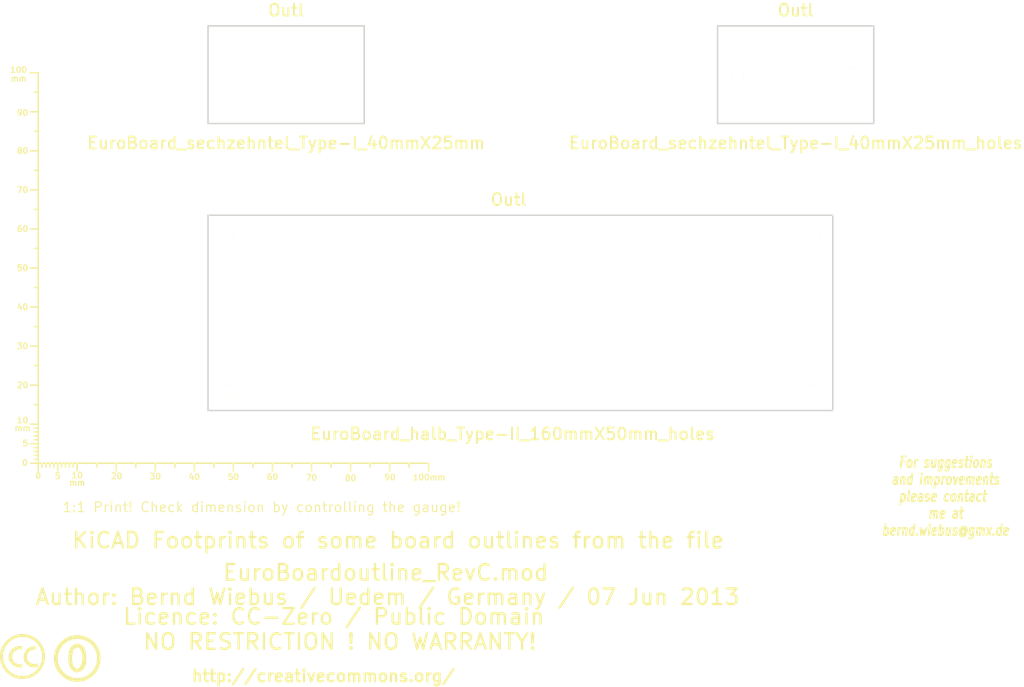
<source format=kicad_pcb>
(kicad_pcb (version 3) (host pcbnew "(2013-03-30 BZR 4007)-stable")

  (general
    (links 0)
    (no_connects 0)
    (area -16.90696 18.49676 289.893216 197.1694)
    (thickness 1.6002)
    (drawings 7)
    (tracks 0)
    (zones 0)
    (modules 6)
    (nets 1)
  )

  (page A4)
  (layers
    (15 Vorderseite signal)
    (0 Rückseite signal)
    (16 B.Adhes user)
    (17 F.Adhes user)
    (18 B.Paste user)
    (19 F.Paste user)
    (20 B.SilkS user)
    (21 F.SilkS user)
    (22 B.Mask user)
    (23 F.Mask user)
    (24 Dwgs.User user)
    (25 Cmts.User user)
    (26 Eco1.User user)
    (27 Eco2.User user)
    (28 Edge.Cuts user)
  )

  (setup
    (last_trace_width 0.2032)
    (trace_clearance 0.254)
    (zone_clearance 0.508)
    (zone_45_only no)
    (trace_min 0.2032)
    (segment_width 0.381)
    (edge_width 0.381)
    (via_size 0.889)
    (via_drill 0.635)
    (via_min_size 0.889)
    (via_min_drill 0.508)
    (uvia_size 0.508)
    (uvia_drill 0.127)
    (uvias_allowed no)
    (uvia_min_size 0.508)
    (uvia_min_drill 0.127)
    (pcb_text_width 0.3048)
    (pcb_text_size 1.524 2.032)
    (mod_edge_width 0.381)
    (mod_text_size 1.524 1.524)
    (mod_text_width 0.3048)
    (pad_size 1.524 1.524)
    (pad_drill 0.8128)
    (pad_to_mask_clearance 0.254)
    (aux_axis_origin 0 0)
    (visible_elements 7FFFFFFF)
    (pcbplotparams
      (layerselection 3178497)
      (usegerberextensions true)
      (excludeedgelayer true)
      (linewidth 60)
      (plotframeref false)
      (viasonmask false)
      (mode 1)
      (useauxorigin false)
      (hpglpennumber 1)
      (hpglpenspeed 20)
      (hpglpendiameter 15)
      (hpglpenoverlay 0)
      (psnegative false)
      (psa4output false)
      (plotreference true)
      (plotvalue true)
      (plotothertext true)
      (plotinvisibletext false)
      (padsonsilk false)
      (subtractmaskfromsilk false)
      (outputformat 1)
      (mirror false)
      (drillshape 1)
      (scaleselection 1)
      (outputdirectory ""))
  )

  (net 0 "")

  (net_class Default "Dies ist die voreingestellte Netzklasse."
    (clearance 0.254)
    (trace_width 0.2032)
    (via_dia 0.889)
    (via_drill 0.635)
    (uvia_dia 0.508)
    (uvia_drill 0.127)
    (add_net "")
  )

  (module Gauge_100mm_Type2_SilkScreenTop_RevA_Date22Jun2010 (layer Vorderseite) (tedit 4D963937) (tstamp 4D88F07A)
    (at 25 138)
    (descr "Gauge, Massstab, 100mm, SilkScreenTop, Type 2,")
    (tags "Gauge, Massstab, 100mm, SilkScreenTop, Type 2,")
    (path Gauge_100mm_Type2_SilkScreenTop_RevA_Date22Jun2010)
    (fp_text reference MSC (at 4.0005 8.99922) (layer F.SilkS) hide
      (effects (font (size 1.524 1.524) (thickness 0.3048)))
    )
    (fp_text value Gauge_100mm_Type2_SilkScreenTop_RevA_Date22Jun2010 (at 45.9994 8.99922) (layer F.SilkS) hide
      (effects (font (size 1.524 1.524) (thickness 0.3048)))
    )
    (fp_text user mm (at 9.99998 5.00126) (layer F.SilkS)
      (effects (font (size 1.524 1.524) (thickness 0.3048)))
    )
    (fp_text user mm (at -4.0005 -8.99922) (layer F.SilkS)
      (effects (font (size 1.524 1.524) (thickness 0.3048)))
    )
    (fp_text user mm (at -5.00126 -98.5012) (layer F.SilkS)
      (effects (font (size 1.524 1.524) (thickness 0.3048)))
    )
    (fp_text user 10 (at 10.00506 3.0988) (layer F.SilkS)
      (effects (font (size 1.50114 1.50114) (thickness 0.29972)))
    )
    (fp_text user 0 (at 0.00508 3.19786) (layer F.SilkS)
      (effects (font (size 1.39954 1.50114) (thickness 0.29972)))
    )
    (fp_text user 5 (at 5.0038 3.29946) (layer F.SilkS)
      (effects (font (size 1.50114 1.50114) (thickness 0.29972)))
    )
    (fp_text user 20 (at 20.1041 3.29946) (layer F.SilkS)
      (effects (font (size 1.50114 1.50114) (thickness 0.29972)))
    )
    (fp_text user 30 (at 30.00502 3.39852) (layer F.SilkS)
      (effects (font (size 1.50114 1.50114) (thickness 0.29972)))
    )
    (fp_text user 40 (at 40.005 3.50012) (layer F.SilkS)
      (effects (font (size 1.50114 1.50114) (thickness 0.29972)))
    )
    (fp_text user 50 (at 50.00498 3.50012) (layer F.SilkS)
      (effects (font (size 1.50114 1.50114) (thickness 0.29972)))
    )
    (fp_text user 60 (at 60.00496 3.50012) (layer F.SilkS)
      (effects (font (size 1.50114 1.50114) (thickness 0.29972)))
    )
    (fp_text user 70 (at 70.00494 3.70078) (layer F.SilkS)
      (effects (font (size 1.50114 1.50114) (thickness 0.29972)))
    )
    (fp_text user 80 (at 80.00492 3.79984) (layer F.SilkS)
      (effects (font (size 1.50114 1.50114) (thickness 0.29972)))
    )
    (fp_text user 90 (at 90.1065 3.60172) (layer F.SilkS)
      (effects (font (size 1.50114 1.50114) (thickness 0.29972)))
    )
    (fp_text user 100mm (at 100.10648 3.60172) (layer F.SilkS)
      (effects (font (size 1.50114 1.50114) (thickness 0.29972)))
    )
    (fp_line (start 0 -8.99922) (end -1.00076 -8.99922) (layer F.SilkS) (width 0.381))
    (fp_line (start 0 -8.001) (end -1.00076 -8.001) (layer F.SilkS) (width 0.381))
    (fp_line (start 0 -7.00024) (end -1.00076 -7.00024) (layer F.SilkS) (width 0.381))
    (fp_line (start 0 -5.99948) (end -1.00076 -5.99948) (layer F.SilkS) (width 0.381))
    (fp_line (start 0 -4.0005) (end -1.00076 -4.0005) (layer F.SilkS) (width 0.381))
    (fp_line (start 0 -2.99974) (end -1.00076 -2.99974) (layer F.SilkS) (width 0.381))
    (fp_line (start 0 -1.99898) (end -1.00076 -1.99898) (layer F.SilkS) (width 0.381))
    (fp_line (start 0 -1.00076) (end -1.00076 -1.00076) (layer F.SilkS) (width 0.381))
    (fp_line (start 0 0) (end -1.99898 0) (layer F.SilkS) (width 0.381))
    (fp_line (start 0 -5.00126) (end -1.99898 -5.00126) (layer F.SilkS) (width 0.381))
    (fp_line (start 0 -9.99998) (end -1.99898 -9.99998) (layer F.SilkS) (width 0.381))
    (fp_line (start 0 -15.00124) (end -1.00076 -15.00124) (layer F.SilkS) (width 0.381))
    (fp_line (start 0 -19.99996) (end -1.99898 -19.99996) (layer F.SilkS) (width 0.381))
    (fp_line (start 0 -25.00122) (end -1.00076 -25.00122) (layer F.SilkS) (width 0.381))
    (fp_line (start 0 -29.99994) (end -1.99898 -29.99994) (layer F.SilkS) (width 0.381))
    (fp_line (start 0 -35.0012) (end -1.00076 -35.0012) (layer F.SilkS) (width 0.381))
    (fp_line (start 0 -39.99992) (end -1.99898 -39.99992) (layer F.SilkS) (width 0.381))
    (fp_line (start 0 -45.00118) (end -1.00076 -45.00118) (layer F.SilkS) (width 0.381))
    (fp_line (start 0 -49.9999) (end -1.99898 -49.9999) (layer F.SilkS) (width 0.381))
    (fp_line (start 0 -55.00116) (end -1.00076 -55.00116) (layer F.SilkS) (width 0.381))
    (fp_line (start 0 -59.99988) (end -1.99898 -59.99988) (layer F.SilkS) (width 0.381))
    (fp_line (start 0 -65.00114) (end -1.00076 -65.00114) (layer F.SilkS) (width 0.381))
    (fp_line (start 0 -69.99986) (end -1.99898 -69.99986) (layer F.SilkS) (width 0.381))
    (fp_line (start 0 -75.00112) (end -1.00076 -75.00112) (layer F.SilkS) (width 0.381))
    (fp_line (start 0 -79.99984) (end -1.99898 -79.99984) (layer F.SilkS) (width 0.381))
    (fp_line (start 0 -85.0011) (end -1.00076 -85.0011) (layer F.SilkS) (width 0.381))
    (fp_line (start 0 -89.99982) (end -1.99898 -89.99982) (layer F.SilkS) (width 0.381))
    (fp_line (start 0 -95.00108) (end -1.00076 -95.00108) (layer F.SilkS) (width 0.381))
    (fp_line (start 0 0) (end 0 -99.9998) (layer F.SilkS) (width 0.381))
    (fp_line (start 0 -99.9998) (end -1.99898 -99.9998) (layer F.SilkS) (width 0.381))
    (fp_text user 100 (at -4.99872 -100.7491) (layer F.SilkS)
      (effects (font (size 1.50114 1.50114) (thickness 0.29972)))
    )
    (fp_text user 90 (at -4.0005 -89.7509) (layer F.SilkS)
      (effects (font (size 1.50114 1.50114) (thickness 0.29972)))
    )
    (fp_text user 80 (at -4.0005 -79.99984) (layer F.SilkS)
      (effects (font (size 1.50114 1.50114) (thickness 0.29972)))
    )
    (fp_text user 70 (at -4.0005 -69.99986) (layer F.SilkS)
      (effects (font (size 1.50114 1.50114) (thickness 0.29972)))
    )
    (fp_text user 60 (at -4.0005 -59.99988) (layer F.SilkS)
      (effects (font (size 1.50114 1.50114) (thickness 0.29972)))
    )
    (fp_text user 50 (at -4.0005 -49.9999) (layer F.SilkS)
      (effects (font (size 1.50114 1.50114) (thickness 0.34036)))
    )
    (fp_text user 40 (at -4.0005 -39.99992) (layer F.SilkS)
      (effects (font (size 1.50114 1.50114) (thickness 0.29972)))
    )
    (fp_text user 30 (at -4.0005 -29.99994) (layer F.SilkS)
      (effects (font (size 1.50114 1.50114) (thickness 0.29972)))
    )
    (fp_text user 20 (at -4.0005 -19.99996) (layer F.SilkS)
      (effects (font (size 1.50114 1.50114) (thickness 0.29972)))
    )
    (fp_line (start 95.00108 0) (end 95.00108 1.00076) (layer F.SilkS) (width 0.381))
    (fp_line (start 89.99982 0) (end 89.99982 1.99898) (layer F.SilkS) (width 0.381))
    (fp_line (start 85.0011 0) (end 85.0011 1.00076) (layer F.SilkS) (width 0.381))
    (fp_line (start 79.99984 0) (end 79.99984 1.99898) (layer F.SilkS) (width 0.381))
    (fp_line (start 75.00112 0) (end 75.00112 1.00076) (layer F.SilkS) (width 0.381))
    (fp_line (start 69.99986 0) (end 69.99986 1.99898) (layer F.SilkS) (width 0.381))
    (fp_line (start 65.00114 0) (end 65.00114 1.00076) (layer F.SilkS) (width 0.381))
    (fp_line (start 59.99988 0) (end 59.99988 1.99898) (layer F.SilkS) (width 0.381))
    (fp_line (start 55.00116 0) (end 55.00116 1.00076) (layer F.SilkS) (width 0.381))
    (fp_line (start 49.9999 0) (end 49.9999 1.99898) (layer F.SilkS) (width 0.381))
    (fp_line (start 45.00118 0) (end 45.00118 1.00076) (layer F.SilkS) (width 0.381))
    (fp_line (start 39.99992 0) (end 39.99992 1.99898) (layer F.SilkS) (width 0.381))
    (fp_line (start 35.0012 0) (end 35.0012 1.00076) (layer F.SilkS) (width 0.381))
    (fp_line (start 29.99994 0) (end 29.99994 1.99898) (layer F.SilkS) (width 0.381))
    (fp_line (start 25.00122 0) (end 25.00122 1.00076) (layer F.SilkS) (width 0.381))
    (fp_line (start 19.99996 0) (end 19.99996 1.99898) (layer F.SilkS) (width 0.381))
    (fp_line (start 15.00124 0) (end 15.00124 1.00076) (layer F.SilkS) (width 0.381))
    (fp_line (start 9.99998 0) (end 99.9998 0) (layer F.SilkS) (width 0.381))
    (fp_line (start 99.9998 0) (end 99.9998 1.99898) (layer F.SilkS) (width 0.381))
    (fp_text user 5 (at -3.302 -5.10286) (layer F.SilkS)
      (effects (font (size 1.50114 1.50114) (thickness 0.29972)))
    )
    (fp_text user 0 (at -3.4036 -0.10414) (layer F.SilkS)
      (effects (font (size 1.50114 1.50114) (thickness 0.29972)))
    )
    (fp_text user 10 (at -4.0005 -11.00074) (layer F.SilkS)
      (effects (font (size 1.50114 1.50114) (thickness 0.29972)))
    )
    (fp_line (start 8.99922 0) (end 8.99922 1.00076) (layer F.SilkS) (width 0.381))
    (fp_line (start 8.001 0) (end 8.001 1.00076) (layer F.SilkS) (width 0.381))
    (fp_line (start 7.00024 0) (end 7.00024 1.00076) (layer F.SilkS) (width 0.381))
    (fp_line (start 5.99948 0) (end 5.99948 1.00076) (layer F.SilkS) (width 0.381))
    (fp_line (start 4.0005 0) (end 4.0005 1.00076) (layer F.SilkS) (width 0.381))
    (fp_line (start 2.99974 0) (end 2.99974 1.00076) (layer F.SilkS) (width 0.381))
    (fp_line (start 1.99898 0) (end 1.99898 1.00076) (layer F.SilkS) (width 0.381))
    (fp_line (start 1.00076 0) (end 1.00076 1.00076) (layer F.SilkS) (width 0.381))
    (fp_line (start 5.00126 0) (end 5.00126 1.99898) (layer F.SilkS) (width 0.381))
    (fp_line (start 0 0) (end 0 1.99898) (layer F.SilkS) (width 0.381))
    (fp_line (start 0 0) (end 9.99998 0) (layer F.SilkS) (width 0.381))
    (fp_line (start 9.99998 0) (end 9.99998 1.99898) (layer F.SilkS) (width 0.381))
  )

  (module Symbol_CC-PublicDomain_SilkScreenTop_Big (layer Vorderseite) (tedit 515D641F) (tstamp 515F0B64)
    (at 35 188)
    (descr "Symbol, CC-PublicDomain, SilkScreen Top, Big,")
    (tags "Symbol, CC-PublicDomain, SilkScreen Top, Big,")
    (path Symbol_CC-Noncommercial_CopperTop_Big)
    (fp_text reference Sym (at 0.59944 -7.29996) (layer F.SilkS) hide
      (effects (font (size 1.524 1.524) (thickness 0.3048)))
    )
    (fp_text value Symbol_CC-PublicDomain_SilkScreenTop_Big (at 0.59944 8.001) (layer F.SilkS) hide
      (effects (font (size 1.524 1.524) (thickness 0.3048)))
    )
    (fp_circle (center 0 0) (end 5.8 -0.05) (layer F.SilkS) (width 0.381))
    (fp_circle (center 0 0) (end 5.5 0) (layer F.SilkS) (width 0.381))
    (fp_circle (center 0.05 0) (end 5.25 0) (layer F.SilkS) (width 0.381))
    (fp_line (start 1.1 -2.5) (end 1.4 -1.9) (layer F.SilkS) (width 0.381))
    (fp_line (start -1.8 1.2) (end -1.6 1.9) (layer F.SilkS) (width 0.381))
    (fp_line (start -1.6 1.9) (end -1.2 2.5) (layer F.SilkS) (width 0.381))
    (fp_line (start 0 -3) (end 0.75 -2.75) (layer F.SilkS) (width 0.381))
    (fp_line (start 0.75 -2.75) (end 1 -2.25) (layer F.SilkS) (width 0.381))
    (fp_line (start 1 -2.25) (end 1.5 -1) (layer F.SilkS) (width 0.381))
    (fp_line (start 1.5 -1) (end 1.5 -0.5) (layer F.SilkS) (width 0.381))
    (fp_line (start 1.5 -0.5) (end 1.5 0.5) (layer F.SilkS) (width 0.381))
    (fp_line (start 1.5 0.5) (end 1.25 1.5) (layer F.SilkS) (width 0.381))
    (fp_line (start 1.25 1.5) (end 0.75 2.5) (layer F.SilkS) (width 0.381))
    (fp_line (start 0.75 2.5) (end 0.25 2.75) (layer F.SilkS) (width 0.381))
    (fp_line (start 0.25 2.75) (end -0.25 2.75) (layer F.SilkS) (width 0.381))
    (fp_line (start -0.25 2.75) (end -0.75 2.5) (layer F.SilkS) (width 0.381))
    (fp_line (start -0.75 2.5) (end -1.25 1.75) (layer F.SilkS) (width 0.381))
    (fp_line (start -1.25 1.75) (end -1.5 0.75) (layer F.SilkS) (width 0.381))
    (fp_line (start -1.5 0.75) (end -1.5 -0.75) (layer F.SilkS) (width 0.381))
    (fp_line (start -1.5 -0.75) (end -1.25 -1.75) (layer F.SilkS) (width 0.381))
    (fp_line (start -1.25 -1.75) (end -1 -2.5) (layer F.SilkS) (width 0.381))
    (fp_line (start -1 -2.5) (end -0.3 -2.9) (layer F.SilkS) (width 0.381))
    (fp_line (start -0.3 -2.9) (end 0.2 -3) (layer F.SilkS) (width 0.381))
    (fp_line (start 0.2 -3) (end 0.8 -3) (layer F.SilkS) (width 0.381))
    (fp_line (start 0.8 -3) (end 1.4 -2.3) (layer F.SilkS) (width 0.381))
    (fp_line (start 1.4 -2.3) (end 1.6 -1.4) (layer F.SilkS) (width 0.381))
    (fp_line (start 1.6 -1.4) (end 1.7 -0.3) (layer F.SilkS) (width 0.381))
    (fp_line (start 1.7 -0.3) (end 1.7 0.9) (layer F.SilkS) (width 0.381))
    (fp_line (start 1.7 0.9) (end 1.4 1.8) (layer F.SilkS) (width 0.381))
    (fp_line (start 1.4 1.8) (end 1 2.7) (layer F.SilkS) (width 0.381))
    (fp_line (start 1 2.7) (end 0.5 3) (layer F.SilkS) (width 0.381))
    (fp_line (start 0.5 3) (end -0.4 3) (layer F.SilkS) (width 0.381))
    (fp_line (start -0.4 3) (end -1.3 2.3) (layer F.SilkS) (width 0.381))
    (fp_line (start -1.3 2.3) (end -1.7 1) (layer F.SilkS) (width 0.381))
    (fp_line (start -1.7 1) (end -1.8 -0.7) (layer F.SilkS) (width 0.381))
    (fp_line (start -1.8 -0.7) (end -1.4 -2.2) (layer F.SilkS) (width 0.381))
    (fp_line (start -1.4 -2.2) (end -1 -2.9) (layer F.SilkS) (width 0.381))
    (fp_line (start -1 -2.9) (end -0.2 -3.3) (layer F.SilkS) (width 0.381))
    (fp_line (start -0.2 -3.3) (end 0.7 -3.2) (layer F.SilkS) (width 0.381))
    (fp_line (start 0.7 -3.2) (end 1.3 -3.1) (layer F.SilkS) (width 0.381))
    (fp_line (start 1.3 -3.1) (end 1.7 -2.4) (layer F.SilkS) (width 0.381))
    (fp_line (start 1.7 -2.4) (end 2 -1.6) (layer F.SilkS) (width 0.381))
    (fp_line (start 2 -1.6) (end 2.1 -0.6) (layer F.SilkS) (width 0.381))
    (fp_line (start 2.1 -0.6) (end 2.1 0.3) (layer F.SilkS) (width 0.381))
    (fp_line (start 2.1 0.3) (end 2.1 1.3) (layer F.SilkS) (width 0.381))
    (fp_line (start 2.1 1.3) (end 1.9 1.8) (layer F.SilkS) (width 0.381))
    (fp_line (start 1.9 1.8) (end 1.5 2.6) (layer F.SilkS) (width 0.381))
    (fp_line (start 1.5 2.6) (end 1.1 3) (layer F.SilkS) (width 0.381))
    (fp_line (start 1.1 3) (end 0.4 3.3) (layer F.SilkS) (width 0.381))
    (fp_line (start 0.4 3.3) (end -0.1 3.4) (layer F.SilkS) (width 0.381))
    (fp_line (start -0.1 3.4) (end -0.8 3.2) (layer F.SilkS) (width 0.381))
    (fp_line (start -0.8 3.2) (end -1.5 2.6) (layer F.SilkS) (width 0.381))
    (fp_line (start -1.5 2.6) (end -1.9 1.7) (layer F.SilkS) (width 0.381))
    (fp_line (start -1.9 1.7) (end -2.1 0.4) (layer F.SilkS) (width 0.381))
    (fp_line (start -2.1 0.4) (end -2.1 -0.6) (layer F.SilkS) (width 0.381))
    (fp_line (start -2.1 -0.6) (end -2 -1.6) (layer F.SilkS) (width 0.381))
    (fp_line (start -2 -1.6) (end -1.7 -2.4) (layer F.SilkS) (width 0.381))
    (fp_line (start -1.7 -2.4) (end -1.2 -3.1) (layer F.SilkS) (width 0.381))
    (fp_line (start -1.2 -3.1) (end -0.4 -3.6) (layer F.SilkS) (width 0.381))
    (fp_line (start -0.4 -3.6) (end 0.4 -3.6) (layer F.SilkS) (width 0.381))
    (fp_line (start 0.4 -3.6) (end 1.1 -3.2) (layer F.SilkS) (width 0.381))
    (fp_line (start 1.1 -3.2) (end 1.1 -2.9) (layer F.SilkS) (width 0.381))
    (fp_line (start 1.1 -2.9) (end 1.8 -1.5) (layer F.SilkS) (width 0.381))
    (fp_line (start 1.8 -1.5) (end 1.8 -0.4) (layer F.SilkS) (width 0.381))
    (fp_line (start 1.8 -0.4) (end 1.8 1.1) (layer F.SilkS) (width 0.381))
    (fp_line (start 1.8 1.1) (end 1.2 2.6) (layer F.SilkS) (width 0.381))
    (fp_line (start 1.2 2.6) (end 0.2 3.2) (layer F.SilkS) (width 0.381))
    (fp_line (start 0.2 3.2) (end -0.5 3.2) (layer F.SilkS) (width 0.381))
    (fp_line (start -0.5 3.2) (end -1.1 2.7) (layer F.SilkS) (width 0.381))
    (fp_line (start -1.1 2.7) (end -1.9 0.6) (layer F.SilkS) (width 0.381))
    (fp_line (start -1.9 0.6) (end -1.7 -1.9) (layer F.SilkS) (width 0.381))
  )

  (module Symbol_CreativeCommons_SilkScreenTop_Type2_Big (layer Vorderseite) (tedit 515D640C) (tstamp 515F46B2)
    (at 21 187.5)
    (descr "Symbol, Creative Commons, SilkScreen Top, Type 2, Big,")
    (tags "Symbol, Creative Commons, SilkScreen Top, Type 2, Big,")
    (path Symbol_CreativeCommons_CopperTop_Type2_Big)
    (fp_text reference Sym (at 0.59944 -7.29996) (layer F.SilkS) hide
      (effects (font (size 1.524 1.524) (thickness 0.3048)))
    )
    (fp_text value Symbol_CreativeCommons_Typ2_SilkScreenTop_Big (at 0.59944 8.001) (layer F.SilkS) hide
      (effects (font (size 1.524 1.524) (thickness 0.3048)))
    )
    (fp_line (start -0.70104 2.70002) (end -0.29972 2.60096) (layer F.SilkS) (width 0.381))
    (fp_line (start -0.29972 2.60096) (end -0.20066 2.10058) (layer F.SilkS) (width 0.381))
    (fp_line (start -2.49936 -1.69926) (end -2.70002 -1.6002) (layer F.SilkS) (width 0.381))
    (fp_line (start -2.70002 -1.6002) (end -3.0988 -1.00076) (layer F.SilkS) (width 0.381))
    (fp_line (start -3.0988 -1.00076) (end -3.29946 -0.50038) (layer F.SilkS) (width 0.381))
    (fp_line (start -3.29946 -0.50038) (end -3.40106 0.39878) (layer F.SilkS) (width 0.381))
    (fp_line (start -3.40106 0.39878) (end -3.29946 0.89916) (layer F.SilkS) (width 0.381))
    (fp_line (start -0.19812 2.4003) (end -0.29718 2.59842) (layer F.SilkS) (width 0.381))
    (fp_line (start 3.70078 2.10058) (end 3.79984 2.4003) (layer F.SilkS) (width 0.381))
    (fp_line (start 2.99974 -2.4003) (end 3.29946 -2.30124) (layer F.SilkS) (width 0.381))
    (fp_line (start 3.29946 -2.30124) (end 3.0988 -1.99898) (layer F.SilkS) (width 0.381))
    (fp_line (start 0 -5.40004) (end -0.50038 -5.40004) (layer F.SilkS) (width 0.381))
    (fp_line (start -0.50038 -5.40004) (end -1.30048 -5.10032) (layer F.SilkS) (width 0.381))
    (fp_line (start -1.30048 -5.10032) (end -1.99898 -4.89966) (layer F.SilkS) (width 0.381))
    (fp_line (start -1.99898 -4.89966) (end -2.70002 -4.699) (layer F.SilkS) (width 0.381))
    (fp_line (start -2.70002 -4.699) (end -3.29946 -4.20116) (layer F.SilkS) (width 0.381))
    (fp_line (start -3.29946 -4.20116) (end -4.0005 -3.59918) (layer F.SilkS) (width 0.381))
    (fp_line (start -4.0005 -3.59918) (end -4.50088 -2.99974) (layer F.SilkS) (width 0.381))
    (fp_line (start -4.50088 -2.99974) (end -5.00126 -2.10058) (layer F.SilkS) (width 0.381))
    (fp_line (start -5.00126 -2.10058) (end -5.30098 -1.09982) (layer F.SilkS) (width 0.381))
    (fp_line (start -5.30098 -1.09982) (end -5.40004 0.09906) (layer F.SilkS) (width 0.381))
    (fp_line (start -5.40004 0.09906) (end -5.19938 1.30048) (layer F.SilkS) (width 0.381))
    (fp_line (start -5.19938 1.30048) (end -4.8006 2.4003) (layer F.SilkS) (width 0.381))
    (fp_line (start -4.8006 2.4003) (end -3.79984 3.8989) (layer F.SilkS) (width 0.381))
    (fp_line (start -3.79984 3.8989) (end -2.60096 4.8006) (layer F.SilkS) (width 0.381))
    (fp_line (start -2.60096 4.8006) (end -1.30048 5.30098) (layer F.SilkS) (width 0.381))
    (fp_line (start -1.30048 5.30098) (end 0.09906 5.30098) (layer F.SilkS) (width 0.381))
    (fp_line (start 0.09906 5.30098) (end 1.6002 5.19938) (layer F.SilkS) (width 0.381))
    (fp_line (start 1.6002 5.19938) (end 2.60096 4.699) (layer F.SilkS) (width 0.381))
    (fp_line (start 2.60096 4.699) (end 4.20116 3.40106) (layer F.SilkS) (width 0.381))
    (fp_line (start 4.20116 3.40106) (end 5.00126 1.80086) (layer F.SilkS) (width 0.381))
    (fp_line (start 5.00126 1.80086) (end 5.40004 0.29972) (layer F.SilkS) (width 0.381))
    (fp_line (start 5.40004 0.29972) (end 5.19938 -1.39954) (layer F.SilkS) (width 0.381))
    (fp_line (start 5.19938 -1.39954) (end 4.699 -2.49936) (layer F.SilkS) (width 0.381))
    (fp_line (start 4.699 -2.49936) (end 3.40106 -4.09956) (layer F.SilkS) (width 0.381))
    (fp_line (start 3.40106 -4.09956) (end 2.4003 -4.8006) (layer F.SilkS) (width 0.381))
    (fp_line (start 2.4003 -4.8006) (end 1.39954 -5.19938) (layer F.SilkS) (width 0.381))
    (fp_line (start 1.39954 -5.19938) (end 0 -5.30098) (layer F.SilkS) (width 0.381))
    (fp_line (start 0.60198 -0.70104) (end 0.50292 -0.20066) (layer F.SilkS) (width 0.381))
    (fp_line (start 0.50292 -0.20066) (end 0.50292 0.49784) (layer F.SilkS) (width 0.381))
    (fp_line (start 0.50292 0.49784) (end 0.60198 1.09982) (layer F.SilkS) (width 0.381))
    (fp_line (start 0.60198 1.09982) (end 1.00076 1.69926) (layer F.SilkS) (width 0.381))
    (fp_line (start 1.00076 1.69926) (end 1.50114 2.19964) (layer F.SilkS) (width 0.381))
    (fp_line (start 1.50114 2.19964) (end 2.10058 2.49936) (layer F.SilkS) (width 0.381))
    (fp_line (start 2.10058 2.49936) (end 2.60096 2.59842) (layer F.SilkS) (width 0.381))
    (fp_line (start 2.60096 2.59842) (end 3.00228 2.59842) (layer F.SilkS) (width 0.381))
    (fp_line (start 3.00228 2.59842) (end 3.40106 2.59842) (layer F.SilkS) (width 0.381))
    (fp_line (start 3.40106 2.59842) (end 3.80238 2.49936) (layer F.SilkS) (width 0.381))
    (fp_line (start 3.80238 2.49936) (end 3.70078 2.2987) (layer F.SilkS) (width 0.381))
    (fp_line (start 3.70078 2.2987) (end 2.80162 2.4003) (layer F.SilkS) (width 0.381))
    (fp_line (start 2.80162 2.4003) (end 1.80086 2.09804) (layer F.SilkS) (width 0.381))
    (fp_line (start 1.80086 2.09804) (end 1.20142 1.6002) (layer F.SilkS) (width 0.381))
    (fp_line (start 1.20142 1.6002) (end 0.80264 0.6985) (layer F.SilkS) (width 0.381))
    (fp_line (start 0.80264 0.6985) (end 0.70104 -0.29972) (layer F.SilkS) (width 0.381))
    (fp_line (start 0.70104 -0.29972) (end 1.00076 -1.00076) (layer F.SilkS) (width 0.381))
    (fp_line (start 1.00076 -1.00076) (end 1.60274 -1.7018) (layer F.SilkS) (width 0.381))
    (fp_line (start 1.60274 -1.7018) (end 2.30124 -2.10058) (layer F.SilkS) (width 0.381))
    (fp_line (start 2.30124 -2.10058) (end 3.00228 -2.10058) (layer F.SilkS) (width 0.381))
    (fp_line (start 3.00228 -2.10058) (end 3.10134 -1.89992) (layer F.SilkS) (width 0.381))
    (fp_line (start 3.10134 -1.89992) (end 2.5019 -1.89992) (layer F.SilkS) (width 0.381))
    (fp_line (start 2.5019 -1.89992) (end 1.80086 -1.6002) (layer F.SilkS) (width 0.381))
    (fp_line (start 1.80086 -1.6002) (end 1.30048 -1.00076) (layer F.SilkS) (width 0.381))
    (fp_line (start 1.30048 -1.00076) (end 1.00076 -0.40132) (layer F.SilkS) (width 0.381))
    (fp_line (start 1.00076 -0.40132) (end 1.00076 0.09906) (layer F.SilkS) (width 0.381))
    (fp_line (start 1.00076 0.09906) (end 1.00076 0.6985) (layer F.SilkS) (width 0.381))
    (fp_line (start 1.00076 0.6985) (end 1.30048 1.19888) (layer F.SilkS) (width 0.381))
    (fp_line (start 1.30048 1.19888) (end 1.7018 1.69926) (layer F.SilkS) (width 0.381))
    (fp_line (start 1.7018 1.69926) (end 2.30124 1.99898) (layer F.SilkS) (width 0.381))
    (fp_line (start 2.30124 1.99898) (end 2.90068 2.09804) (layer F.SilkS) (width 0.381))
    (fp_line (start 2.90068 2.09804) (end 3.40106 2.09804) (layer F.SilkS) (width 0.381))
    (fp_line (start 3.40106 2.09804) (end 3.70078 1.99898) (layer F.SilkS) (width 0.381))
    (fp_line (start 3.00228 -2.4003) (end 2.40284 -2.4003) (layer F.SilkS) (width 0.381))
    (fp_line (start 2.40284 -2.4003) (end 2.00152 -2.20218) (layer F.SilkS) (width 0.381))
    (fp_line (start 2.00152 -2.20218) (end 1.50114 -2.00152) (layer F.SilkS) (width 0.381))
    (fp_line (start 1.50114 -2.00152) (end 1.10236 -1.6002) (layer F.SilkS) (width 0.381))
    (fp_line (start 1.10236 -1.6002) (end 0.80264 -1.09982) (layer F.SilkS) (width 0.381))
    (fp_line (start 0.80264 -1.09982) (end 0.60198 -0.70104) (layer F.SilkS) (width 0.381))
    (fp_line (start -0.39878 -1.99898) (end -0.89916 -1.99898) (layer F.SilkS) (width 0.381))
    (fp_line (start -0.89916 -1.99898) (end -1.39954 -1.89738) (layer F.SilkS) (width 0.381))
    (fp_line (start -1.39954 -1.89738) (end -1.89992 -1.59766) (layer F.SilkS) (width 0.381))
    (fp_line (start -1.89992 -1.59766) (end -2.4003 -1.19888) (layer F.SilkS) (width 0.381))
    (fp_line (start -2.4003 -1.30048) (end -2.70002 -0.8001) (layer F.SilkS) (width 0.381))
    (fp_line (start -2.70002 -0.8001) (end -2.79908 -0.29972) (layer F.SilkS) (width 0.381))
    (fp_line (start -2.79908 -0.29972) (end -2.79908 0.20066) (layer F.SilkS) (width 0.381))
    (fp_line (start -2.79908 0.20066) (end -2.59842 1.00076) (layer F.SilkS) (width 0.381))
    (fp_line (start -2.69748 1.00076) (end -2.39776 1.39954) (layer F.SilkS) (width 0.381))
    (fp_line (start -2.29616 1.4986) (end -1.79578 1.89992) (layer F.SilkS) (width 0.381))
    (fp_line (start -1.79578 1.89992) (end -1.29794 2.09804) (layer F.SilkS) (width 0.381))
    (fp_line (start -1.29794 2.09804) (end -0.89662 2.19964) (layer F.SilkS) (width 0.381))
    (fp_line (start -0.89662 2.19964) (end -0.49784 2.19964) (layer F.SilkS) (width 0.381))
    (fp_line (start -0.49784 2.19964) (end -0.19812 2.09804) (layer F.SilkS) (width 0.381))
    (fp_line (start -0.19812 2.09804) (end -0.29718 2.4003) (layer F.SilkS) (width 0.381))
    (fp_line (start -0.29718 2.4003) (end -0.89662 2.49936) (layer F.SilkS) (width 0.381))
    (fp_line (start -0.89662 2.49936) (end -1.59766 2.2987) (layer F.SilkS) (width 0.381))
    (fp_line (start -1.59766 2.2987) (end -2.29616 1.79832) (layer F.SilkS) (width 0.381))
    (fp_line (start -2.29616 1.79832) (end -2.79654 1.29794) (layer F.SilkS) (width 0.381))
    (fp_line (start -2.79908 1.39954) (end -2.99974 0.70104) (layer F.SilkS) (width 0.381))
    (fp_line (start -2.99974 0.70104) (end -3.0988 0) (layer F.SilkS) (width 0.381))
    (fp_line (start -3.0988 0) (end -2.99974 -0.59944) (layer F.SilkS) (width 0.381))
    (fp_line (start -2.99974 -0.8001) (end -2.70002 -1.30048) (layer F.SilkS) (width 0.381))
    (fp_line (start -2.70002 -1.09982) (end -2.19964 -1.6002) (layer F.SilkS) (width 0.381))
    (fp_line (start -2.19964 -1.69926) (end -1.69926 -1.99898) (layer F.SilkS) (width 0.381))
    (fp_line (start -1.69926 -1.99898) (end -1.19888 -2.19964) (layer F.SilkS) (width 0.381))
    (fp_line (start -1.19888 -2.19964) (end -0.6985 -2.19964) (layer F.SilkS) (width 0.381))
    (fp_line (start -0.6985 -2.19964) (end -0.29972 -2.19964) (layer F.SilkS) (width 0.381))
    (fp_line (start -0.29972 -2.19964) (end -0.20066 -2.39776) (layer F.SilkS) (width 0.381))
    (fp_line (start -0.20066 -2.39776) (end -0.59944 -2.49936) (layer F.SilkS) (width 0.381))
    (fp_line (start -0.59944 -2.49936) (end -1.00076 -2.49936) (layer F.SilkS) (width 0.381))
    (fp_line (start -1.00076 -2.49936) (end -1.4986 -2.39776) (layer F.SilkS) (width 0.381))
    (fp_line (start -1.4986 -2.39776) (end -2.10058 -2.09804) (layer F.SilkS) (width 0.381))
    (fp_line (start -2.10058 -2.09804) (end -2.59842 -1.69926) (layer F.SilkS) (width 0.381))
    (fp_line (start -2.59842 -1.6002) (end -3.0988 -0.89916) (layer F.SilkS) (width 0.381))
    (fp_line (start -3.0988 -0.89916) (end -3.29946 -0.29972) (layer F.SilkS) (width 0.381))
    (fp_line (start -3.29946 -0.29972) (end -3.29946 0.40132) (layer F.SilkS) (width 0.381))
    (fp_line (start -3.29946 0.40132) (end -3.2004 1.00076) (layer F.SilkS) (width 0.381))
    (fp_line (start -3.29946 0.8001) (end -2.99974 1.39954) (layer F.SilkS) (width 0.381))
    (fp_line (start -2.89814 1.4986) (end -2.49682 1.99898) (layer F.SilkS) (width 0.381))
    (fp_line (start -2.49682 1.99898) (end -1.89738 2.4003) (layer F.SilkS) (width 0.381))
    (fp_line (start -1.89738 2.4003) (end -1.19634 2.59842) (layer F.SilkS) (width 0.381))
    (fp_line (start -1.19634 2.59842) (end -0.69596 2.70002) (layer F.SilkS) (width 0.381))
    (fp_line (start -2.9972 1.19888) (end -2.59842 1.19888) (layer F.SilkS) (width 0.381))
    (fp_circle (center 0 0) (end 5.08 1.016) (layer F.SilkS) (width 0.381))
    (fp_circle (center 0 0) (end 5.588 0) (layer F.SilkS) (width 0.381))
  )

  (module EuroBoard_sechzehntel_Type-I_40mmX25mm (layer Vorderseite) (tedit 51AE1B29) (tstamp 51AE22AF)
    (at 68.5 51)
    (descr "Outline, Eurocard 1/16, Type I,  40x25mm,")
    (tags "Outline, Eurocard 1/16, Type I, 40x25mm,")
    (fp_text reference Outl (at 19.99996 -28.99918) (layer F.SilkS)
      (effects (font (size 2.99974 2.99974) (thickness 0.50038)))
    )
    (fp_text value EuroBoard_sechzehntel_Type-I_40mmX25mm (at 19.99996 5.00126) (layer F.SilkS)
      (effects (font (size 3.00228 3.00228) (thickness 0.50038)))
    )
    (fp_line (start 39.99992 0) (end 39.99992 -25.00122) (layer Edge.Cuts) (width 0.381))
    (fp_line (start 39.99992 -25.00122) (end 0 -25.00122) (layer Edge.Cuts) (width 0.381))
    (fp_line (start 0 -25.00122) (end 0 0) (layer Edge.Cuts) (width 0.381))
    (fp_line (start 0 0) (end 39.99992 0) (layer Edge.Cuts) (width 0.381))
  )

  (module EuroBoard_sechzehntel_Type-I_40mmX25mm_holes (layer Vorderseite) (tedit 51B19FA5) (tstamp 51B1A029)
    (at 199 51)
    (descr "Outline, Eurocard 1/16, Type I,  40x25mm, with holes 3,5mm,")
    (tags "Outline, Eurocard 1/16, Type I, 40x25mm, with holes 3,5mm,")
    (fp_text reference Outl (at 19.99996 -28.99918) (layer F.SilkS)
      (effects (font (size 2.99974 2.99974) (thickness 0.50038)))
    )
    (fp_text value EuroBoard_sechzehntel_Type-I_40mmX25mm_holes (at 19.99996 5.00126) (layer F.SilkS)
      (effects (font (size 3.00228 3.00228) (thickness 0.50038)))
    )
    (fp_line (start 39.99992 0) (end 39.99992 -25.00122) (layer Edge.Cuts) (width 0.381))
    (fp_line (start 39.99992 -25.00122) (end 0 -25.00122) (layer Edge.Cuts) (width 0.381))
    (fp_line (start 0 -25.00122) (end 0 0) (layer Edge.Cuts) (width 0.381))
    (fp_line (start 0 0) (end 39.99992 0) (layer Edge.Cuts) (width 0.381))
    (pad "" np_thru_hole circle (at 5.00126 -12.49934) (size 3.50012 3.50012) (drill 3.50012)
      (layers *.Cu *.Mask F.SilkS)
    )
    (pad "" np_thru_hole circle (at 34.50082 -12.49934) (size 3.50012 3.50012) (drill 3.50012)
      (layers *.Cu *.Mask F.SilkS)
    )
  )

  (module EuroBoard_halb_Type-II_160mmX50mm_holes (layer Vorderseite) (tedit 51B19FDB) (tstamp 51B1A10B)
    (at 68.5 124.5)
    (descr "Outline, Eurocard 1/2, Type II, 160x50mm, with holes 3,5mm,")
    (tags "Outline, Eurocard 1/2, Type II, 160x50mm, with holes 3,5mm,")
    (path EuroBoard-halb-100mmX80mm)
    (fp_text reference Outl (at 77.0001 -54.0004) (layer F.SilkS)
      (effects (font (size 2.99974 2.99974) (thickness 0.50038)))
    )
    (fp_text value EuroBoard_halb_Type-II_160mmX50mm_holes (at 78.00086 5.99948) (layer F.SilkS)
      (effects (font (size 3.00228 3.00228) (thickness 0.50038)))
    )
    (fp_line (start 0 0) (end 159.99968 0) (layer Edge.Cuts) (width 0.381))
    (fp_line (start 159.99968 0) (end 159.99968 -49.9999) (layer Edge.Cuts) (width 0.381))
    (fp_line (start 159.99968 -49.9999) (end 0 -49.9999) (layer Edge.Cuts) (width 0.381))
    (fp_line (start 0 -49.9999) (end 0 0) (layer Edge.Cuts) (width 0.381))
    (pad "" np_thru_hole circle (at 5.00126 -5.00126) (size 3.50012 3.50012) (drill 3.50012)
      (layers *.Cu *.Mask F.SilkS)
    )
    (pad "" np_thru_hole circle (at 5.00126 -45.00118) (size 3.50012 3.50012) (drill 3.50012)
      (layers *.Cu *.Mask F.SilkS)
    )
    (pad "" np_thru_hole circle (at 155.00096 -45.00118) (size 3.50012 3.50012) (drill 3.50012)
      (layers *.Cu *.Mask F.SilkS)
    )
    (pad "" np_thru_hole circle (at 155.00096 -5.00126) (size 3.50012 3.50012) (drill 3.50012)
      (layers *.Cu *.Mask F.SilkS)
    )
  )

  (gr_text http://creativecommons.org/ (at 98 192.5) (layer F.SilkS)
    (effects (font (size 3 3) (thickness 0.6)))
  )
  (gr_text "For suggestions\nand improvements\nplease contact \nme at\nbernd.wiebus@gmx.de" (at 257.41884 146.4691) (layer F.SilkS)
    (effects (font (size 2.70002 1.99898) (thickness 0.50038) italic))
  )
  (gr_text "1:1 Print! Check dimension by controlling the gauge!" (at 82.24882 149.25014) (layer F.SilkS)
    (effects (font (size 2.49936 2.49936) (thickness 0.29972)))
  )
  (gr_text "Licence: CC-Zero / Public Domain \nNO RESTRICTION ! NO WARRANTY!" (at 102.2501 180.50064) (layer F.SilkS)
    (effects (font (size 4.0005 4.0005) (thickness 0.59944)))
  )
  (gr_text "Author: Bernd Wiebus / Uedem / Germany / 07 Jun 2013" (at 114.50012 172.24958) (layer F.SilkS)
    (effects (font (size 4.0005 4.0005) (thickness 0.59944)))
  )
  (gr_text EuroBoardoutline_RevC.mod (at 114.00028 165.9989) (layer F.SilkS)
    (effects (font (size 4.0005 4.0005) (thickness 0.59944)))
  )
  (gr_text "KiCAD Footprints of some board outlines from the file " (at 118.75008 157.74898) (layer F.SilkS)
    (effects (font (size 4.0005 4.0005) (thickness 0.59944)))
  )

)

</source>
